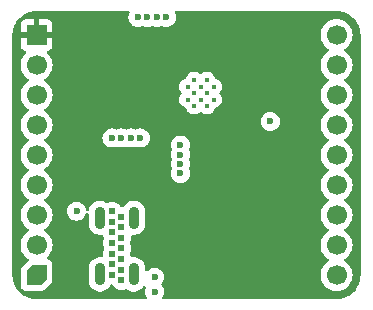
<source format=gbr>
%TF.GenerationSoftware,KiCad,Pcbnew,8.0.4*%
%TF.CreationDate,2024-07-30T10:55:48-04:00*%
%TF.ProjectId,esp32-c3-wroom-socket,65737033-322d-4633-932d-77726f6f6d2d,rev?*%
%TF.SameCoordinates,Original*%
%TF.FileFunction,Copper,L3,Inr*%
%TF.FilePolarity,Positive*%
%FSLAX46Y46*%
G04 Gerber Fmt 4.6, Leading zero omitted, Abs format (unit mm)*
G04 Created by KiCad (PCBNEW 8.0.4) date 2024-07-30 10:55:48*
%MOMM*%
%LPD*%
G01*
G04 APERTURE LIST*
G04 Aperture macros list*
%AMOutline5P*
0 Free polygon, 5 corners , with rotation*
0 The origin of the aperture is its center*
0 number of corners: always 5*
0 $1 to $10 corner X, Y*
0 $11 Rotation angle, in degrees counterclockwise*
0 create outline with 5 corners*
4,1,5,$1,$2,$3,$4,$5,$6,$7,$8,$9,$10,$1,$2,$11*%
%AMOutline6P*
0 Free polygon, 6 corners , with rotation*
0 The origin of the aperture is its center*
0 number of corners: always 6*
0 $1 to $12 corner X, Y*
0 $13 Rotation angle, in degrees counterclockwise*
0 create outline with 6 corners*
4,1,6,$1,$2,$3,$4,$5,$6,$7,$8,$9,$10,$11,$12,$1,$2,$13*%
%AMOutline7P*
0 Free polygon, 7 corners , with rotation*
0 The origin of the aperture is its center*
0 number of corners: always 7*
0 $1 to $14 corner X, Y*
0 $15 Rotation angle, in degrees counterclockwise*
0 create outline with 7 corners*
4,1,7,$1,$2,$3,$4,$5,$6,$7,$8,$9,$10,$11,$12,$13,$14,$1,$2,$15*%
%AMOutline8P*
0 Free polygon, 8 corners , with rotation*
0 The origin of the aperture is its center*
0 number of corners: always 8*
0 $1 to $16 corner X, Y*
0 $17 Rotation angle, in degrees counterclockwise*
0 create outline with 8 corners*
4,1,8,$1,$2,$3,$4,$5,$6,$7,$8,$9,$10,$11,$12,$13,$14,$15,$16,$1,$2,$17*%
G04 Aperture macros list end*
%TA.AperFunction,ComponentPad*%
%ADD10C,0.400000*%
%TD*%
%TA.AperFunction,ComponentPad*%
%ADD11C,0.609600*%
%TD*%
%TA.AperFunction,ComponentPad*%
%ADD12O,0.914400X1.905000*%
%TD*%
%TA.AperFunction,ComponentPad*%
%ADD13R,1.700000X1.700000*%
%TD*%
%TA.AperFunction,ComponentPad*%
%ADD14C,1.700000*%
%TD*%
%TA.AperFunction,ComponentPad*%
%ADD15Outline6P,-0.850000X0.340000X-0.340000X0.850000X0.850000X0.850000X0.850000X-0.340000X0.340000X-0.850000X-0.850000X-0.850000X0.000000*%
%TD*%
%TA.AperFunction,ViaPad*%
%ADD16C,0.600000*%
%TD*%
G04 APERTURE END LIST*
D10*
%TO.N,GND*%
%TO.C,U1*%
X158450000Y-65500000D03*
X157350000Y-65500000D03*
X159000000Y-64950000D03*
X157900000Y-64950000D03*
X156800000Y-64950000D03*
X158450000Y-64400000D03*
X157350000Y-64400000D03*
X159000000Y-63850000D03*
X157900000Y-63850000D03*
X156800000Y-63850000D03*
X158450000Y-63300000D03*
X157350000Y-63300000D03*
%TD*%
D11*
%TO.N,GND*%
%TO.C,J3*%
X150419999Y-79799999D03*
%TO.N,VBUS*%
X150419999Y-78899998D03*
%TO.N,Net-(J3-CC1)*%
X150419999Y-78000000D03*
%TO.N,USB_D+*%
X150419999Y-77099999D03*
%TO.N,USB_D-*%
X150419999Y-76199999D03*
%TO.N,VBUS*%
X150419999Y-75300000D03*
%TO.N,GND*%
X150419999Y-74400000D03*
X151200000Y-74850000D03*
%TO.N,VBUS*%
X151200000Y-75750000D03*
%TO.N,Net-(J3-CC2)*%
X151200000Y-76650000D03*
%TO.N,USB_D+*%
X151200000Y-77550000D03*
%TO.N,USB_D-*%
X151200000Y-78450000D03*
%TO.N,VBUS*%
X151200000Y-79350000D03*
%TO.N,GND*%
X151200000Y-80250000D03*
D12*
%TO.N,N/C*%
X149379999Y-79749999D03*
X152239999Y-79749999D03*
X149379999Y-74950000D03*
X152239999Y-74950000D03*
%TD*%
D13*
%TO.N,3V3*%
%TO.C,J2*%
X144010000Y-59480000D03*
D14*
%TO.N,EN*%
X144010000Y-62020000D03*
%TO.N,GPIO4*%
X144010000Y-64560000D03*
%TO.N,GPIO5*%
X144010000Y-67100000D03*
%TO.N,GPIO6*%
X144010000Y-69640000D03*
%TO.N,GPIO7*%
X144010000Y-72180000D03*
%TO.N,GPIO8*%
X144010000Y-74720000D03*
%TO.N,GPIO9*%
X144010000Y-77260000D03*
D15*
%TO.N,GND*%
X144010000Y-79800000D03*
D14*
%TO.N,GPIO10*%
X169410000Y-79800000D03*
%TO.N,UART-RX*%
X169410000Y-77260000D03*
%TO.N,UART-TX*%
X169410000Y-74720000D03*
%TO.N,USB_D-*%
X169410000Y-72180000D03*
%TO.N,USB_D+*%
X169410000Y-69640000D03*
%TO.N,GPIO3*%
X169410000Y-67100000D03*
%TO.N,GPIO2*%
X169410000Y-64560000D03*
%TO.N,GPIO1*%
X169410000Y-62020000D03*
%TO.N,GPIO0*%
X169410000Y-59480000D03*
%TD*%
D16*
%TO.N,GND*%
X151200000Y-68200000D03*
X153400000Y-58000000D03*
X156200000Y-71200000D03*
X152000000Y-68200000D03*
X156200000Y-69600000D03*
X154200000Y-58000000D03*
X154000000Y-81200000D03*
X152600000Y-58000000D03*
X154000000Y-80000000D03*
X156200000Y-70400000D03*
X156200000Y-68800000D03*
X152800000Y-68200000D03*
X155000000Y-58000000D03*
X150400000Y-68200000D03*
%TO.N,VBUS*%
X147400000Y-74400000D03*
%TO.N,USB_D-*%
X163800000Y-66800000D03*
%TD*%
%TA.AperFunction,Conductor*%
%TO.N,3V3*%
G36*
X151848826Y-57460185D02*
G01*
X151894581Y-57512989D01*
X151904525Y-57582147D01*
X151886781Y-57630471D01*
X151874212Y-57650474D01*
X151814631Y-57820745D01*
X151814630Y-57820750D01*
X151794435Y-57999996D01*
X151794435Y-58000003D01*
X151814630Y-58179249D01*
X151814631Y-58179254D01*
X151874211Y-58349523D01*
X151898950Y-58388894D01*
X151970184Y-58502262D01*
X152097738Y-58629816D01*
X152183959Y-58683992D01*
X152248254Y-58724392D01*
X152250478Y-58725789D01*
X152420739Y-58785366D01*
X152420745Y-58785368D01*
X152420750Y-58785369D01*
X152599996Y-58805565D01*
X152600000Y-58805565D01*
X152600004Y-58805565D01*
X152779249Y-58785369D01*
X152779251Y-58785368D01*
X152779255Y-58785368D01*
X152779258Y-58785366D01*
X152779262Y-58785366D01*
X152956095Y-58723489D01*
X152956846Y-58725637D01*
X153015128Y-58716035D01*
X153043588Y-58724392D01*
X153043905Y-58723489D01*
X153220737Y-58785366D01*
X153220743Y-58785367D01*
X153220745Y-58785368D01*
X153220746Y-58785368D01*
X153220750Y-58785369D01*
X153399996Y-58805565D01*
X153400000Y-58805565D01*
X153400004Y-58805565D01*
X153579249Y-58785369D01*
X153579251Y-58785368D01*
X153579255Y-58785368D01*
X153579258Y-58785366D01*
X153579262Y-58785366D01*
X153756095Y-58723489D01*
X153756846Y-58725637D01*
X153815128Y-58716035D01*
X153843588Y-58724392D01*
X153843905Y-58723489D01*
X154020737Y-58785366D01*
X154020743Y-58785367D01*
X154020745Y-58785368D01*
X154020746Y-58785368D01*
X154020750Y-58785369D01*
X154199996Y-58805565D01*
X154200000Y-58805565D01*
X154200004Y-58805565D01*
X154379249Y-58785369D01*
X154379251Y-58785368D01*
X154379255Y-58785368D01*
X154379258Y-58785366D01*
X154379262Y-58785366D01*
X154556095Y-58723489D01*
X154556846Y-58725637D01*
X154615128Y-58716035D01*
X154643588Y-58724392D01*
X154643905Y-58723489D01*
X154820737Y-58785366D01*
X154820743Y-58785367D01*
X154820745Y-58785368D01*
X154820746Y-58785368D01*
X154820750Y-58785369D01*
X154999996Y-58805565D01*
X155000000Y-58805565D01*
X155000004Y-58805565D01*
X155179249Y-58785369D01*
X155179252Y-58785368D01*
X155179255Y-58785368D01*
X155349522Y-58725789D01*
X155502262Y-58629816D01*
X155629816Y-58502262D01*
X155725789Y-58349522D01*
X155785368Y-58179255D01*
X155789235Y-58144936D01*
X155805565Y-58000003D01*
X155805565Y-57999996D01*
X155785369Y-57820750D01*
X155785368Y-57820745D01*
X155725789Y-57650478D01*
X155725787Y-57650475D01*
X155725787Y-57650474D01*
X155713219Y-57630471D01*
X155694219Y-57563234D01*
X155714587Y-57496399D01*
X155767856Y-57451186D01*
X155818213Y-57440500D01*
X169344108Y-57440500D01*
X169405933Y-57440500D01*
X169414042Y-57440765D01*
X169436774Y-57442254D01*
X169668114Y-57457417D01*
X169684172Y-57459532D01*
X169929888Y-57508408D01*
X169945554Y-57512606D01*
X170094700Y-57563234D01*
X170182788Y-57593136D01*
X170197765Y-57599339D01*
X170260895Y-57630471D01*
X170422460Y-57710146D01*
X170436508Y-57718256D01*
X170644815Y-57857443D01*
X170657679Y-57867314D01*
X170846033Y-58032497D01*
X170857502Y-58043966D01*
X171022685Y-58232320D01*
X171032559Y-58245188D01*
X171171743Y-58453492D01*
X171179853Y-58467539D01*
X171290657Y-58692227D01*
X171296864Y-58707213D01*
X171377393Y-58944445D01*
X171381591Y-58960111D01*
X171430465Y-59205813D01*
X171432583Y-59221895D01*
X171449235Y-59475956D01*
X171449500Y-59484066D01*
X171449500Y-79795933D01*
X171449235Y-79804043D01*
X171432583Y-80058104D01*
X171430465Y-80074186D01*
X171381591Y-80319888D01*
X171377393Y-80335554D01*
X171296864Y-80572786D01*
X171290657Y-80587772D01*
X171179853Y-80812460D01*
X171171743Y-80826507D01*
X171032559Y-81034811D01*
X171022685Y-81047679D01*
X170857502Y-81236033D01*
X170846033Y-81247502D01*
X170657679Y-81412685D01*
X170644811Y-81422559D01*
X170436507Y-81561743D01*
X170422460Y-81569853D01*
X170197772Y-81680657D01*
X170182786Y-81686864D01*
X169945554Y-81767393D01*
X169929888Y-81771591D01*
X169684186Y-81820465D01*
X169668104Y-81822583D01*
X169414043Y-81839235D01*
X169405933Y-81839500D01*
X154767945Y-81839500D01*
X154700906Y-81819815D01*
X154655151Y-81767011D01*
X154645207Y-81697853D01*
X154662951Y-81649528D01*
X154725788Y-81549523D01*
X154725789Y-81549522D01*
X154785368Y-81379255D01*
X154805227Y-81202999D01*
X154805565Y-81200003D01*
X154805565Y-81199996D01*
X154785369Y-81020750D01*
X154785368Y-81020745D01*
X154725788Y-80850476D01*
X154655472Y-80738569D01*
X154629816Y-80697738D01*
X154619759Y-80687681D01*
X154586274Y-80626358D01*
X154591258Y-80556666D01*
X154619759Y-80512319D01*
X154623333Y-80508745D01*
X154629816Y-80502262D01*
X154725789Y-80349522D01*
X154785368Y-80179255D01*
X154785369Y-80179249D01*
X154805565Y-80000003D01*
X154805565Y-79999996D01*
X154785369Y-79820750D01*
X154785368Y-79820745D01*
X154725788Y-79650476D01*
X154629815Y-79497737D01*
X154502262Y-79370184D01*
X154349523Y-79274211D01*
X154179254Y-79214631D01*
X154179249Y-79214630D01*
X154000004Y-79194435D01*
X153999996Y-79194435D01*
X153820750Y-79214630D01*
X153820745Y-79214631D01*
X153650476Y-79274211D01*
X153497737Y-79370184D01*
X153409380Y-79458542D01*
X153348057Y-79492027D01*
X153278365Y-79487043D01*
X153222432Y-79445171D01*
X153198015Y-79379707D01*
X153197699Y-79370861D01*
X153197699Y-79160371D01*
X153197698Y-79160369D01*
X153192667Y-79135077D01*
X153160895Y-78975348D01*
X153130567Y-78902129D01*
X153088705Y-78801064D01*
X153088698Y-78801051D01*
X152983893Y-78644201D01*
X152983890Y-78644197D01*
X152850500Y-78510807D01*
X152850496Y-78510804D01*
X152693646Y-78405999D01*
X152693633Y-78405992D01*
X152519354Y-78333804D01*
X152519342Y-78333801D01*
X152334327Y-78296999D01*
X152334324Y-78296999D01*
X152145674Y-78296999D01*
X152114796Y-78303141D01*
X152045205Y-78296912D01*
X151990028Y-78254049D01*
X151973565Y-78222480D01*
X151930142Y-78098382D01*
X151909778Y-78065973D01*
X151890777Y-77998737D01*
X151909778Y-77934027D01*
X151930142Y-77901618D01*
X151990077Y-77730332D01*
X151990078Y-77730330D01*
X151990829Y-77723664D01*
X152010396Y-77550003D01*
X152010396Y-77549996D01*
X151990079Y-77369675D01*
X151990077Y-77369667D01*
X151930142Y-77198381D01*
X151909778Y-77165973D01*
X151890777Y-77098737D01*
X151909778Y-77034027D01*
X151930142Y-77001618D01*
X151990077Y-76830332D01*
X151990078Y-76830330D01*
X151990079Y-76830324D01*
X152010396Y-76650003D01*
X152010396Y-76649997D01*
X152002963Y-76584029D01*
X151997823Y-76538412D01*
X152009877Y-76469592D01*
X152057226Y-76418213D01*
X152124836Y-76400588D01*
X152145236Y-76402912D01*
X152145674Y-76403000D01*
X152334326Y-76403000D01*
X152334327Y-76402999D01*
X152519350Y-76366196D01*
X152693640Y-76294003D01*
X152850497Y-76189194D01*
X152983893Y-76055798D01*
X153088702Y-75898941D01*
X153160895Y-75724651D01*
X153197699Y-75539625D01*
X153197699Y-74360375D01*
X153197699Y-74360372D01*
X153197698Y-74360370D01*
X153183349Y-74288234D01*
X153160895Y-74175349D01*
X153160893Y-74175344D01*
X153088705Y-74001065D01*
X153088698Y-74001052D01*
X152983893Y-73844202D01*
X152983890Y-73844198D01*
X152850500Y-73710808D01*
X152850496Y-73710805D01*
X152693646Y-73606000D01*
X152693633Y-73605993D01*
X152519354Y-73533805D01*
X152519342Y-73533802D01*
X152334327Y-73497000D01*
X152334324Y-73497000D01*
X152145674Y-73497000D01*
X152145671Y-73497000D01*
X151960655Y-73533802D01*
X151960643Y-73533805D01*
X151786364Y-73605993D01*
X151786351Y-73606000D01*
X151629501Y-73710805D01*
X151629497Y-73710808D01*
X151496107Y-73844198D01*
X151496104Y-73844202D01*
X151395902Y-73994166D01*
X151342290Y-74038971D01*
X151278916Y-74048495D01*
X151199745Y-74039574D01*
X151135331Y-74012507D01*
X151108635Y-73982326D01*
X151103411Y-73974013D01*
X151053592Y-73894726D01*
X150925273Y-73766407D01*
X150925267Y-73766402D01*
X150771624Y-73669861D01*
X150771621Y-73669859D01*
X150600328Y-73609921D01*
X150600323Y-73609920D01*
X150420003Y-73589604D01*
X150419995Y-73589604D01*
X150239674Y-73609920D01*
X150239669Y-73609921D01*
X150068376Y-73669859D01*
X150064698Y-73672171D01*
X149997460Y-73691167D01*
X149930626Y-73670796D01*
X149929841Y-73670276D01*
X149833646Y-73606000D01*
X149833633Y-73605993D01*
X149659354Y-73533805D01*
X149659342Y-73533802D01*
X149474327Y-73497000D01*
X149474324Y-73497000D01*
X149285674Y-73497000D01*
X149285671Y-73497000D01*
X149100655Y-73533802D01*
X149100643Y-73533805D01*
X148926364Y-73605993D01*
X148926351Y-73606000D01*
X148769501Y-73710805D01*
X148769497Y-73710808D01*
X148636107Y-73844198D01*
X148636104Y-73844202D01*
X148531299Y-74001052D01*
X148531292Y-74001065D01*
X148459104Y-74175344D01*
X148459101Y-74175354D01*
X148436648Y-74288234D01*
X148404263Y-74350145D01*
X148343547Y-74384719D01*
X148273778Y-74380979D01*
X148217106Y-74340112D01*
X148191811Y-74277925D01*
X148185369Y-74220750D01*
X148185368Y-74220745D01*
X148169483Y-74175349D01*
X148125789Y-74050478D01*
X148120569Y-74042171D01*
X148029815Y-73897737D01*
X147902262Y-73770184D01*
X147749523Y-73674211D01*
X147579254Y-73614631D01*
X147579249Y-73614630D01*
X147400004Y-73594435D01*
X147399996Y-73594435D01*
X147220750Y-73614630D01*
X147220745Y-73614631D01*
X147050476Y-73674211D01*
X146897737Y-73770184D01*
X146770184Y-73897737D01*
X146674211Y-74050476D01*
X146614631Y-74220745D01*
X146614630Y-74220750D01*
X146594435Y-74399996D01*
X146594435Y-74400003D01*
X146614630Y-74579249D01*
X146614631Y-74579254D01*
X146674211Y-74749523D01*
X146770184Y-74902262D01*
X146897738Y-75029816D01*
X147050478Y-75125789D01*
X147215850Y-75183655D01*
X147220745Y-75185368D01*
X147220750Y-75185369D01*
X147399996Y-75205565D01*
X147400000Y-75205565D01*
X147400004Y-75205565D01*
X147579249Y-75185369D01*
X147579252Y-75185368D01*
X147579255Y-75185368D01*
X147749522Y-75125789D01*
X147902262Y-75029816D01*
X148029816Y-74902262D01*
X148125789Y-74749522D01*
X148181257Y-74591004D01*
X148221979Y-74534227D01*
X148286932Y-74508480D01*
X148355493Y-74521936D01*
X148405896Y-74570323D01*
X148422299Y-74631958D01*
X148422299Y-75539629D01*
X148459101Y-75724643D01*
X148459104Y-75724655D01*
X148531292Y-75898934D01*
X148531299Y-75898947D01*
X148636104Y-76055797D01*
X148636107Y-76055801D01*
X148769497Y-76189191D01*
X148769501Y-76189194D01*
X148926351Y-76293999D01*
X148926364Y-76294006D01*
X149092722Y-76362913D01*
X149100648Y-76366196D01*
X149273548Y-76400588D01*
X149285669Y-76402999D01*
X149285672Y-76403000D01*
X149285674Y-76403000D01*
X149474324Y-76403000D01*
X149521558Y-76393604D01*
X149591147Y-76399830D01*
X149646325Y-76442692D01*
X149662791Y-76474266D01*
X149689857Y-76551618D01*
X149710222Y-76584029D01*
X149729221Y-76651266D01*
X149710222Y-76715969D01*
X149689857Y-76748379D01*
X149629920Y-76919669D01*
X149629919Y-76919674D01*
X149609603Y-77099995D01*
X149609603Y-77100002D01*
X149629919Y-77280323D01*
X149629921Y-77280331D01*
X149689857Y-77451619D01*
X149710221Y-77484028D01*
X149729221Y-77551264D01*
X149710222Y-77615969D01*
X149689858Y-77648378D01*
X149629920Y-77819670D01*
X149629919Y-77819675D01*
X149609603Y-77999996D01*
X149609603Y-78000004D01*
X149627937Y-78162732D01*
X149615882Y-78231554D01*
X149568533Y-78282933D01*
X149500922Y-78300557D01*
X149480525Y-78298232D01*
X149474326Y-78296999D01*
X149474324Y-78296999D01*
X149285674Y-78296999D01*
X149285671Y-78296999D01*
X149100655Y-78333801D01*
X149100643Y-78333804D01*
X148926364Y-78405992D01*
X148926351Y-78405999D01*
X148769501Y-78510804D01*
X148769497Y-78510807D01*
X148636107Y-78644197D01*
X148636104Y-78644201D01*
X148531299Y-78801051D01*
X148531292Y-78801064D01*
X148459104Y-78975343D01*
X148459101Y-78975355D01*
X148422299Y-79160369D01*
X148422299Y-80339628D01*
X148459101Y-80524642D01*
X148459104Y-80524654D01*
X148531292Y-80698933D01*
X148531299Y-80698946D01*
X148636104Y-80855796D01*
X148636107Y-80855800D01*
X148769497Y-80989190D01*
X148769501Y-80989193D01*
X148926351Y-81093998D01*
X148926364Y-81094005D01*
X149100643Y-81166193D01*
X149100648Y-81166195D01*
X149270577Y-81199996D01*
X149285669Y-81202998D01*
X149285672Y-81202999D01*
X149285674Y-81202999D01*
X149474326Y-81202999D01*
X149474327Y-81202998D01*
X149659350Y-81166195D01*
X149833640Y-81094002D01*
X149990497Y-80989193D01*
X150123893Y-80855797D01*
X150228702Y-80698940D01*
X150236561Y-80679965D01*
X150280396Y-80625565D01*
X150346689Y-80603497D01*
X150364996Y-80604197D01*
X150419999Y-80610395D01*
X150420001Y-80610394D01*
X150420252Y-80610423D01*
X150484666Y-80637490D01*
X150511361Y-80667669D01*
X150530341Y-80697876D01*
X150566406Y-80755273D01*
X150694725Y-80883592D01*
X150694731Y-80883597D01*
X150848374Y-80980138D01*
X150848377Y-80980140D01*
X150848381Y-80980141D01*
X150848382Y-80980142D01*
X150999096Y-81032879D01*
X151019670Y-81040078D01*
X151019675Y-81040079D01*
X151199996Y-81060396D01*
X151200000Y-81060396D01*
X151200004Y-81060396D01*
X151380324Y-81040079D01*
X151380327Y-81040078D01*
X151380330Y-81040078D01*
X151535442Y-80985801D01*
X151605221Y-80982241D01*
X151645288Y-80999742D01*
X151786351Y-81093998D01*
X151786364Y-81094005D01*
X151960643Y-81166193D01*
X151960648Y-81166195D01*
X152130577Y-81199996D01*
X152145669Y-81202998D01*
X152145672Y-81202999D01*
X152145674Y-81202999D01*
X152334326Y-81202999D01*
X152334327Y-81202998D01*
X152519350Y-81166195D01*
X152693640Y-81094002D01*
X152850497Y-80989193D01*
X152983893Y-80855797D01*
X153046615Y-80761926D01*
X153100227Y-80717122D01*
X153169552Y-80708415D01*
X153232579Y-80738569D01*
X153269299Y-80798012D01*
X153268052Y-80867871D01*
X153266759Y-80871772D01*
X153214632Y-81020742D01*
X153214630Y-81020750D01*
X153194435Y-81199996D01*
X153194435Y-81200003D01*
X153214630Y-81379249D01*
X153214631Y-81379254D01*
X153274211Y-81549523D01*
X153337049Y-81649528D01*
X153356049Y-81716764D01*
X153335681Y-81783600D01*
X153282414Y-81828814D01*
X153232055Y-81839500D01*
X144014067Y-81839500D01*
X144005957Y-81839235D01*
X143751895Y-81822583D01*
X143735814Y-81820465D01*
X143700770Y-81813494D01*
X143490111Y-81771591D01*
X143474445Y-81767393D01*
X143237213Y-81686864D01*
X143222227Y-81680657D01*
X142997539Y-81569853D01*
X142983492Y-81561743D01*
X142775188Y-81422559D01*
X142762320Y-81412685D01*
X142724199Y-81379254D01*
X142573966Y-81247502D01*
X142562497Y-81236033D01*
X142437941Y-81094005D01*
X142397311Y-81047675D01*
X142387440Y-81034811D01*
X142386149Y-81032879D01*
X142264273Y-80850478D01*
X142248256Y-80826507D01*
X142240146Y-80812460D01*
X142211945Y-80755274D01*
X142129339Y-80587765D01*
X142123135Y-80572786D01*
X142106796Y-80524654D01*
X142099195Y-80502262D01*
X142042606Y-80335554D01*
X142038408Y-80319888D01*
X142027224Y-80263663D01*
X141989532Y-80074172D01*
X141987417Y-80058114D01*
X141970765Y-79804042D01*
X141970500Y-79795933D01*
X141970500Y-62019999D01*
X142654341Y-62019999D01*
X142654341Y-62020000D01*
X142674936Y-62255403D01*
X142674938Y-62255413D01*
X142736094Y-62483655D01*
X142736096Y-62483659D01*
X142736097Y-62483663D01*
X142790113Y-62599500D01*
X142835965Y-62697830D01*
X142835967Y-62697834D01*
X142971501Y-62891395D01*
X142971506Y-62891402D01*
X143138597Y-63058493D01*
X143138603Y-63058498D01*
X143324158Y-63188425D01*
X143367783Y-63243002D01*
X143374977Y-63312500D01*
X143343454Y-63374855D01*
X143324158Y-63391575D01*
X143138597Y-63521505D01*
X142971505Y-63688597D01*
X142835965Y-63882169D01*
X142835964Y-63882171D01*
X142736098Y-64096335D01*
X142736094Y-64096344D01*
X142674938Y-64324586D01*
X142674936Y-64324596D01*
X142654341Y-64559999D01*
X142654341Y-64560000D01*
X142674936Y-64795403D01*
X142674938Y-64795413D01*
X142736094Y-65023655D01*
X142736096Y-65023659D01*
X142736097Y-65023663D01*
X142780494Y-65118872D01*
X142835965Y-65237830D01*
X142835967Y-65237834D01*
X142944281Y-65392521D01*
X142962070Y-65417927D01*
X142971501Y-65431395D01*
X142971506Y-65431402D01*
X143138597Y-65598493D01*
X143138603Y-65598498D01*
X143324158Y-65728425D01*
X143367783Y-65783002D01*
X143374977Y-65852500D01*
X143343454Y-65914855D01*
X143324158Y-65931575D01*
X143138597Y-66061505D01*
X142971505Y-66228597D01*
X142835965Y-66422169D01*
X142835964Y-66422171D01*
X142736098Y-66636335D01*
X142736094Y-66636344D01*
X142674938Y-66864586D01*
X142674936Y-66864596D01*
X142654341Y-67099999D01*
X142654341Y-67100000D01*
X142674936Y-67335403D01*
X142674938Y-67335413D01*
X142736094Y-67563655D01*
X142736096Y-67563659D01*
X142736097Y-67563663D01*
X142835965Y-67777830D01*
X142835967Y-67777834D01*
X142971501Y-67971395D01*
X142971506Y-67971402D01*
X143138597Y-68138493D01*
X143138603Y-68138498D01*
X143324158Y-68268425D01*
X143367783Y-68323002D01*
X143374977Y-68392500D01*
X143343454Y-68454855D01*
X143324158Y-68471575D01*
X143138597Y-68601505D01*
X142971505Y-68768597D01*
X142835965Y-68962169D01*
X142835964Y-68962171D01*
X142736098Y-69176335D01*
X142736094Y-69176344D01*
X142674938Y-69404586D01*
X142674936Y-69404596D01*
X142654341Y-69639999D01*
X142654341Y-69640000D01*
X142674936Y-69875403D01*
X142674938Y-69875413D01*
X142736094Y-70103655D01*
X142736096Y-70103659D01*
X142736097Y-70103663D01*
X142790696Y-70220750D01*
X142835965Y-70317830D01*
X142835967Y-70317834D01*
X142971501Y-70511395D01*
X142971506Y-70511402D01*
X143138597Y-70678493D01*
X143138603Y-70678498D01*
X143324158Y-70808425D01*
X143367783Y-70863002D01*
X143374977Y-70932500D01*
X143343454Y-70994855D01*
X143324158Y-71011575D01*
X143138597Y-71141505D01*
X142971505Y-71308597D01*
X142835965Y-71502169D01*
X142835964Y-71502171D01*
X142736098Y-71716335D01*
X142736094Y-71716344D01*
X142674938Y-71944586D01*
X142674936Y-71944596D01*
X142654341Y-72179999D01*
X142654341Y-72180000D01*
X142674936Y-72415403D01*
X142674938Y-72415413D01*
X142736094Y-72643655D01*
X142736096Y-72643659D01*
X142736097Y-72643663D01*
X142835965Y-72857830D01*
X142835967Y-72857834D01*
X142971501Y-73051395D01*
X142971506Y-73051402D01*
X143138597Y-73218493D01*
X143138603Y-73218498D01*
X143324158Y-73348425D01*
X143367783Y-73403002D01*
X143374977Y-73472500D01*
X143343454Y-73534855D01*
X143324158Y-73551575D01*
X143138597Y-73681505D01*
X142971505Y-73848597D01*
X142835965Y-74042169D01*
X142835964Y-74042171D01*
X142736098Y-74256335D01*
X142736094Y-74256344D01*
X142674938Y-74484586D01*
X142674936Y-74484596D01*
X142654341Y-74719999D01*
X142654341Y-74720000D01*
X142674936Y-74955403D01*
X142674938Y-74955413D01*
X142736094Y-75183655D01*
X142736096Y-75183659D01*
X142736097Y-75183663D01*
X142835965Y-75397830D01*
X142835967Y-75397834D01*
X142971501Y-75591395D01*
X142971506Y-75591402D01*
X143138597Y-75758493D01*
X143138603Y-75758498D01*
X143324158Y-75888425D01*
X143367783Y-75943002D01*
X143374977Y-76012500D01*
X143343454Y-76074855D01*
X143324158Y-76091575D01*
X143138597Y-76221505D01*
X142971505Y-76388597D01*
X142835965Y-76582169D01*
X142835964Y-76582171D01*
X142736098Y-76796335D01*
X142736094Y-76796344D01*
X142674938Y-77024586D01*
X142674936Y-77024596D01*
X142654341Y-77259999D01*
X142654341Y-77260000D01*
X142674936Y-77495403D01*
X142674938Y-77495413D01*
X142736094Y-77723655D01*
X142736096Y-77723659D01*
X142736097Y-77723663D01*
X142819079Y-77901618D01*
X142835965Y-77937830D01*
X142835967Y-77937834D01*
X142925692Y-78065973D01*
X142971505Y-78131401D01*
X143138599Y-78298495D01*
X143292130Y-78405999D01*
X143296978Y-78409393D01*
X143340603Y-78463970D01*
X143347797Y-78533468D01*
X143316274Y-78595823D01*
X143313536Y-78598649D01*
X142777117Y-79135067D01*
X142777108Y-79135077D01*
X142725135Y-79201984D01*
X142670060Y-79334949D01*
X142670060Y-79334950D01*
X142659500Y-79419019D01*
X142659500Y-80697870D01*
X142659501Y-80697876D01*
X142665908Y-80757483D01*
X142716202Y-80892328D01*
X142716206Y-80892335D01*
X142802452Y-81007544D01*
X142802455Y-81007547D01*
X142917664Y-81093793D01*
X142917671Y-81093797D01*
X143052517Y-81144091D01*
X143052516Y-81144091D01*
X143059444Y-81144835D01*
X143112127Y-81150500D01*
X144390975Y-81150499D01*
X144475050Y-81139940D01*
X144608016Y-81084863D01*
X144674935Y-81032879D01*
X145242884Y-80464931D01*
X145294864Y-80398016D01*
X145349940Y-80265049D01*
X145360500Y-80180977D01*
X145360499Y-78902128D01*
X145354091Y-78842517D01*
X145338625Y-78801051D01*
X145303797Y-78707671D01*
X145303793Y-78707664D01*
X145217547Y-78592455D01*
X145217544Y-78592452D01*
X145102335Y-78506206D01*
X145102328Y-78506202D01*
X144970917Y-78457189D01*
X144914983Y-78415318D01*
X144890566Y-78349853D01*
X144905418Y-78281580D01*
X144926563Y-78253332D01*
X145048495Y-78131401D01*
X145184035Y-77937830D01*
X145283903Y-77723663D01*
X145345063Y-77495408D01*
X145365659Y-77260000D01*
X145345063Y-77024592D01*
X145283903Y-76796337D01*
X145184035Y-76582171D01*
X145153397Y-76538414D01*
X145048494Y-76388597D01*
X144881402Y-76221506D01*
X144881396Y-76221501D01*
X144695842Y-76091575D01*
X144652217Y-76036998D01*
X144645023Y-75967500D01*
X144676546Y-75905145D01*
X144695842Y-75888425D01*
X144718026Y-75872891D01*
X144881401Y-75758495D01*
X145048495Y-75591401D01*
X145184035Y-75397830D01*
X145283903Y-75183663D01*
X145345063Y-74955408D01*
X145365659Y-74720000D01*
X145345063Y-74484592D01*
X145283903Y-74256337D01*
X145184035Y-74042171D01*
X145181795Y-74038971D01*
X145048494Y-73848597D01*
X144881402Y-73681506D01*
X144881396Y-73681501D01*
X144695842Y-73551575D01*
X144652217Y-73496998D01*
X144645023Y-73427500D01*
X144676546Y-73365145D01*
X144695842Y-73348425D01*
X144718026Y-73332891D01*
X144881401Y-73218495D01*
X145048495Y-73051401D01*
X145184035Y-72857830D01*
X145283903Y-72643663D01*
X145345063Y-72415408D01*
X145365659Y-72180000D01*
X145345063Y-71944592D01*
X145283903Y-71716337D01*
X145184035Y-71502171D01*
X145097965Y-71379249D01*
X145048494Y-71308597D01*
X144881402Y-71141506D01*
X144881396Y-71141501D01*
X144695842Y-71011575D01*
X144652217Y-70956998D01*
X144645023Y-70887500D01*
X144676546Y-70825145D01*
X144695842Y-70808425D01*
X144769507Y-70756844D01*
X144881401Y-70678495D01*
X145048495Y-70511401D01*
X145184035Y-70317830D01*
X145283903Y-70103663D01*
X145345063Y-69875408D01*
X145365659Y-69640000D01*
X145345063Y-69404592D01*
X145283903Y-69176337D01*
X145184035Y-68962171D01*
X145158561Y-68925789D01*
X145048494Y-68768597D01*
X144881402Y-68601506D01*
X144881396Y-68601501D01*
X144695842Y-68471575D01*
X144652217Y-68416998D01*
X144645023Y-68347500D01*
X144676546Y-68285145D01*
X144695842Y-68268425D01*
X144718026Y-68252891D01*
X144793568Y-68199996D01*
X149594435Y-68199996D01*
X149594435Y-68200003D01*
X149614630Y-68379249D01*
X149614631Y-68379254D01*
X149674211Y-68549523D01*
X149770184Y-68702262D01*
X149897738Y-68829816D01*
X149988080Y-68886582D01*
X150048254Y-68924392D01*
X150050478Y-68925789D01*
X150154446Y-68962169D01*
X150220745Y-68985368D01*
X150220750Y-68985369D01*
X150399996Y-69005565D01*
X150400000Y-69005565D01*
X150400004Y-69005565D01*
X150579249Y-68985369D01*
X150579251Y-68985368D01*
X150579255Y-68985368D01*
X150579258Y-68985366D01*
X150579262Y-68985366D01*
X150756095Y-68923489D01*
X150756846Y-68925637D01*
X150815128Y-68916035D01*
X150843588Y-68924392D01*
X150843905Y-68923489D01*
X151020737Y-68985366D01*
X151020743Y-68985367D01*
X151020745Y-68985368D01*
X151020746Y-68985368D01*
X151020750Y-68985369D01*
X151199996Y-69005565D01*
X151200000Y-69005565D01*
X151200004Y-69005565D01*
X151379249Y-68985369D01*
X151379251Y-68985368D01*
X151379255Y-68985368D01*
X151379258Y-68985366D01*
X151379262Y-68985366D01*
X151556095Y-68923489D01*
X151556846Y-68925637D01*
X151615128Y-68916035D01*
X151643588Y-68924392D01*
X151643905Y-68923489D01*
X151820737Y-68985366D01*
X151820743Y-68985367D01*
X151820745Y-68985368D01*
X151820746Y-68985368D01*
X151820750Y-68985369D01*
X151999996Y-69005565D01*
X152000000Y-69005565D01*
X152000004Y-69005565D01*
X152179249Y-68985369D01*
X152179251Y-68985368D01*
X152179255Y-68985368D01*
X152179258Y-68985366D01*
X152179262Y-68985366D01*
X152356095Y-68923489D01*
X152356846Y-68925637D01*
X152415128Y-68916035D01*
X152443588Y-68924392D01*
X152443905Y-68923489D01*
X152620737Y-68985366D01*
X152620743Y-68985367D01*
X152620745Y-68985368D01*
X152620746Y-68985368D01*
X152620750Y-68985369D01*
X152799996Y-69005565D01*
X152800000Y-69005565D01*
X152800004Y-69005565D01*
X152979249Y-68985369D01*
X152979252Y-68985368D01*
X152979255Y-68985368D01*
X153149522Y-68925789D01*
X153302262Y-68829816D01*
X153332082Y-68799996D01*
X155394435Y-68799996D01*
X155394435Y-68800003D01*
X155414630Y-68979249D01*
X155414633Y-68979262D01*
X155476510Y-69156094D01*
X155474364Y-69156844D01*
X155483962Y-69215144D01*
X155475609Y-69243590D01*
X155476510Y-69243906D01*
X155414633Y-69420737D01*
X155414630Y-69420750D01*
X155394435Y-69599996D01*
X155394435Y-69600003D01*
X155414630Y-69779249D01*
X155414633Y-69779262D01*
X155476510Y-69956094D01*
X155474364Y-69956844D01*
X155483962Y-70015144D01*
X155475609Y-70043590D01*
X155476510Y-70043906D01*
X155414633Y-70220737D01*
X155414630Y-70220750D01*
X155394435Y-70399996D01*
X155394435Y-70400003D01*
X155414630Y-70579249D01*
X155414633Y-70579262D01*
X155476510Y-70756094D01*
X155474364Y-70756844D01*
X155483962Y-70815144D01*
X155475609Y-70843590D01*
X155476510Y-70843906D01*
X155414633Y-71020737D01*
X155414630Y-71020750D01*
X155394435Y-71199996D01*
X155394435Y-71200003D01*
X155414630Y-71379249D01*
X155414631Y-71379254D01*
X155474211Y-71549523D01*
X155570184Y-71702262D01*
X155697738Y-71829816D01*
X155850478Y-71925789D01*
X156020745Y-71985368D01*
X156020750Y-71985369D01*
X156199996Y-72005565D01*
X156200000Y-72005565D01*
X156200004Y-72005565D01*
X156379249Y-71985369D01*
X156379252Y-71985368D01*
X156379255Y-71985368D01*
X156549522Y-71925789D01*
X156702262Y-71829816D01*
X156829816Y-71702262D01*
X156925789Y-71549522D01*
X156985368Y-71379255D01*
X156993329Y-71308599D01*
X157005565Y-71200003D01*
X157005565Y-71199996D01*
X156985369Y-71020750D01*
X156985366Y-71020737D01*
X156923489Y-70843905D01*
X156925637Y-70843153D01*
X156916035Y-70784872D01*
X156924392Y-70756411D01*
X156923489Y-70756095D01*
X156985366Y-70579262D01*
X156985369Y-70579249D01*
X157005565Y-70400003D01*
X157005565Y-70399996D01*
X156985369Y-70220750D01*
X156985366Y-70220737D01*
X156923489Y-70043905D01*
X156925637Y-70043153D01*
X156916035Y-69984872D01*
X156924392Y-69956411D01*
X156923489Y-69956095D01*
X156985366Y-69779262D01*
X156985369Y-69779249D01*
X157005565Y-69600003D01*
X157005565Y-69599996D01*
X156985369Y-69420750D01*
X156985366Y-69420737D01*
X156923489Y-69243905D01*
X156925637Y-69243153D01*
X156916035Y-69184872D01*
X156924392Y-69156411D01*
X156923489Y-69156095D01*
X156985366Y-68979262D01*
X156985369Y-68979249D01*
X157005565Y-68800003D01*
X157005565Y-68799996D01*
X156985369Y-68620750D01*
X156985368Y-68620745D01*
X156931208Y-68465965D01*
X156925789Y-68450478D01*
X156829816Y-68297738D01*
X156702262Y-68170184D01*
X156651834Y-68138498D01*
X156549523Y-68074211D01*
X156379254Y-68014631D01*
X156379249Y-68014630D01*
X156200004Y-67994435D01*
X156199996Y-67994435D01*
X156020750Y-68014630D01*
X156020745Y-68014631D01*
X155850476Y-68074211D01*
X155697737Y-68170184D01*
X155570184Y-68297737D01*
X155474211Y-68450476D01*
X155414631Y-68620745D01*
X155414630Y-68620750D01*
X155394435Y-68799996D01*
X153332082Y-68799996D01*
X153429816Y-68702262D01*
X153525789Y-68549522D01*
X153585368Y-68379255D01*
X153595972Y-68285145D01*
X153605565Y-68200003D01*
X153605565Y-68199996D01*
X153585369Y-68020750D01*
X153585368Y-68020745D01*
X153525788Y-67850476D01*
X153429815Y-67697737D01*
X153302262Y-67570184D01*
X153149523Y-67474211D01*
X152979254Y-67414631D01*
X152979249Y-67414630D01*
X152800004Y-67394435D01*
X152799996Y-67394435D01*
X152620750Y-67414630D01*
X152620737Y-67414633D01*
X152443906Y-67476510D01*
X152443155Y-67474364D01*
X152384856Y-67483962D01*
X152356409Y-67475609D01*
X152356094Y-67476510D01*
X152179262Y-67414633D01*
X152179249Y-67414630D01*
X152000004Y-67394435D01*
X151999996Y-67394435D01*
X151820750Y-67414630D01*
X151820737Y-67414633D01*
X151643906Y-67476510D01*
X151643155Y-67474364D01*
X151584856Y-67483962D01*
X151556409Y-67475609D01*
X151556094Y-67476510D01*
X151379262Y-67414633D01*
X151379249Y-67414630D01*
X151200004Y-67394435D01*
X151199996Y-67394435D01*
X151020750Y-67414630D01*
X151020737Y-67414633D01*
X150843906Y-67476510D01*
X150843155Y-67474364D01*
X150784856Y-67483962D01*
X150756409Y-67475609D01*
X150756094Y-67476510D01*
X150579262Y-67414633D01*
X150579249Y-67414630D01*
X150400004Y-67394435D01*
X150399996Y-67394435D01*
X150220750Y-67414630D01*
X150220745Y-67414631D01*
X150050476Y-67474211D01*
X149897737Y-67570184D01*
X149770184Y-67697737D01*
X149674211Y-67850476D01*
X149614631Y-68020745D01*
X149614630Y-68020750D01*
X149594435Y-68199996D01*
X144793568Y-68199996D01*
X144881401Y-68138495D01*
X145048495Y-67971401D01*
X145184035Y-67777830D01*
X145283903Y-67563663D01*
X145345063Y-67335408D01*
X145365659Y-67100000D01*
X145345063Y-66864592D01*
X145327755Y-66799996D01*
X162994435Y-66799996D01*
X162994435Y-66800003D01*
X163014630Y-66979249D01*
X163014631Y-66979254D01*
X163074211Y-67149523D01*
X163170184Y-67302262D01*
X163297738Y-67429816D01*
X163450478Y-67525789D01*
X163558693Y-67563655D01*
X163620745Y-67585368D01*
X163620750Y-67585369D01*
X163799996Y-67605565D01*
X163800000Y-67605565D01*
X163800004Y-67605565D01*
X163979249Y-67585369D01*
X163979252Y-67585368D01*
X163979255Y-67585368D01*
X164149522Y-67525789D01*
X164302262Y-67429816D01*
X164429816Y-67302262D01*
X164525789Y-67149522D01*
X164585368Y-66979255D01*
X164598287Y-66864596D01*
X164605565Y-66800003D01*
X164605565Y-66799996D01*
X164585369Y-66620750D01*
X164585368Y-66620745D01*
X164525788Y-66450476D01*
X164429815Y-66297737D01*
X164302262Y-66170184D01*
X164149523Y-66074211D01*
X163979254Y-66014631D01*
X163979249Y-66014630D01*
X163800004Y-65994435D01*
X163799996Y-65994435D01*
X163620750Y-66014630D01*
X163620745Y-66014631D01*
X163450476Y-66074211D01*
X163297737Y-66170184D01*
X163170184Y-66297737D01*
X163074211Y-66450476D01*
X163014631Y-66620745D01*
X163014630Y-66620750D01*
X162994435Y-66799996D01*
X145327755Y-66799996D01*
X145283903Y-66636337D01*
X145184035Y-66422171D01*
X145096907Y-66297738D01*
X145048494Y-66228597D01*
X144881402Y-66061506D01*
X144881396Y-66061501D01*
X144695842Y-65931575D01*
X144652217Y-65876998D01*
X144645023Y-65807500D01*
X144676546Y-65745145D01*
X144695842Y-65728425D01*
X144821930Y-65640137D01*
X144881401Y-65598495D01*
X145048495Y-65431401D01*
X145184035Y-65237830D01*
X145283903Y-65023663D01*
X145345063Y-64795408D01*
X145365659Y-64560000D01*
X145345063Y-64324592D01*
X145283903Y-64096337D01*
X145184035Y-63882171D01*
X145161509Y-63850000D01*
X156094355Y-63850000D01*
X156114859Y-64018869D01*
X156114860Y-64018874D01*
X156175182Y-64177931D01*
X156276078Y-64324102D01*
X156275002Y-64324844D01*
X156301400Y-64381010D01*
X156292214Y-64450274D01*
X156275848Y-64475739D01*
X156276078Y-64475898D01*
X156175182Y-64622068D01*
X156114860Y-64781125D01*
X156114859Y-64781130D01*
X156094355Y-64950000D01*
X156114859Y-65118869D01*
X156114860Y-65118874D01*
X156175182Y-65277931D01*
X156237475Y-65368177D01*
X156271817Y-65417929D01*
X156399148Y-65530734D01*
X156399150Y-65530735D01*
X156549775Y-65609790D01*
X156549774Y-65609790D01*
X156588818Y-65619413D01*
X156649199Y-65654569D01*
X156675086Y-65695838D01*
X156725183Y-65827932D01*
X156759051Y-65876998D01*
X156821817Y-65967929D01*
X156882227Y-66021447D01*
X156949150Y-66080736D01*
X157099773Y-66159789D01*
X157099775Y-66159790D01*
X157264944Y-66200500D01*
X157435056Y-66200500D01*
X157600225Y-66159790D01*
X157750852Y-66080734D01*
X157817775Y-66021445D01*
X157881005Y-65991725D01*
X157950269Y-66000908D01*
X157982222Y-66021443D01*
X158049148Y-66080734D01*
X158199775Y-66159790D01*
X158364944Y-66200500D01*
X158535056Y-66200500D01*
X158700225Y-66159790D01*
X158779692Y-66118081D01*
X158850849Y-66080736D01*
X158850850Y-66080734D01*
X158850852Y-66080734D01*
X158978183Y-65967929D01*
X159074818Y-65827930D01*
X159124913Y-65695838D01*
X159167089Y-65640137D01*
X159211181Y-65619413D01*
X159213074Y-65618946D01*
X159250225Y-65609790D01*
X159400852Y-65530734D01*
X159528183Y-65417929D01*
X159624818Y-65277930D01*
X159685140Y-65118872D01*
X159705645Y-64950000D01*
X159685140Y-64781128D01*
X159624818Y-64622070D01*
X159528183Y-64482071D01*
X159528182Y-64482070D01*
X159523922Y-64475898D01*
X159524998Y-64475154D01*
X159498601Y-64419002D01*
X159507779Y-64349738D01*
X159524152Y-64324261D01*
X159523922Y-64324102D01*
X159624817Y-64177931D01*
X159624816Y-64177931D01*
X159624818Y-64177930D01*
X159685140Y-64018872D01*
X159705645Y-63850000D01*
X159685140Y-63681128D01*
X159624818Y-63522070D01*
X159624425Y-63521501D01*
X159534743Y-63391575D01*
X159528183Y-63382071D01*
X159400852Y-63269266D01*
X159400850Y-63269265D01*
X159400849Y-63269264D01*
X159250224Y-63190209D01*
X159250225Y-63190209D01*
X159211179Y-63180586D01*
X159150798Y-63145430D01*
X159124912Y-63104159D01*
X159107594Y-63058495D01*
X159074818Y-62972070D01*
X158978183Y-62832071D01*
X158850852Y-62719266D01*
X158850849Y-62719263D01*
X158700226Y-62640210D01*
X158535056Y-62599500D01*
X158364944Y-62599500D01*
X158199773Y-62640210D01*
X158049150Y-62719263D01*
X157982227Y-62778553D01*
X157918994Y-62808274D01*
X157849730Y-62799090D01*
X157817773Y-62778553D01*
X157750849Y-62719263D01*
X157600226Y-62640210D01*
X157435056Y-62599500D01*
X157264944Y-62599500D01*
X157099773Y-62640210D01*
X156949150Y-62719263D01*
X156821816Y-62832072D01*
X156725182Y-62972068D01*
X156725182Y-62972069D01*
X156675087Y-63104160D01*
X156632909Y-63159863D01*
X156588821Y-63180586D01*
X156549772Y-63190210D01*
X156399150Y-63269263D01*
X156271816Y-63382072D01*
X156175182Y-63522068D01*
X156114860Y-63681125D01*
X156114859Y-63681130D01*
X156094355Y-63850000D01*
X145161509Y-63850000D01*
X145048495Y-63688599D01*
X145048494Y-63688597D01*
X144881402Y-63521506D01*
X144881396Y-63521501D01*
X144695842Y-63391575D01*
X144652217Y-63336998D01*
X144645023Y-63267500D01*
X144676546Y-63205145D01*
X144695842Y-63188425D01*
X144777670Y-63131128D01*
X144881401Y-63058495D01*
X145048495Y-62891401D01*
X145184035Y-62697830D01*
X145283903Y-62483663D01*
X145345063Y-62255408D01*
X145365659Y-62020000D01*
X145345063Y-61784592D01*
X145283903Y-61556337D01*
X145184035Y-61342171D01*
X145048495Y-61148599D01*
X144926179Y-61026283D01*
X144892696Y-60964963D01*
X144897680Y-60895271D01*
X144939551Y-60839337D01*
X144970529Y-60822422D01*
X145102086Y-60773354D01*
X145102093Y-60773350D01*
X145217187Y-60687190D01*
X145217190Y-60687187D01*
X145303350Y-60572093D01*
X145303354Y-60572086D01*
X145353596Y-60437379D01*
X145353598Y-60437372D01*
X145359999Y-60377844D01*
X145360000Y-60377827D01*
X145360000Y-59730000D01*
X144443012Y-59730000D01*
X144475925Y-59672993D01*
X144510000Y-59545826D01*
X144510000Y-59479999D01*
X168054341Y-59479999D01*
X168054341Y-59480000D01*
X168074936Y-59715403D01*
X168074938Y-59715413D01*
X168136094Y-59943655D01*
X168136096Y-59943659D01*
X168136097Y-59943663D01*
X168235965Y-60157830D01*
X168235967Y-60157834D01*
X168371501Y-60351395D01*
X168371506Y-60351402D01*
X168538597Y-60518493D01*
X168538603Y-60518498D01*
X168724158Y-60648425D01*
X168767783Y-60703002D01*
X168774977Y-60772500D01*
X168743454Y-60834855D01*
X168724158Y-60851575D01*
X168538597Y-60981505D01*
X168371505Y-61148597D01*
X168235965Y-61342169D01*
X168235964Y-61342171D01*
X168136098Y-61556335D01*
X168136094Y-61556344D01*
X168074938Y-61784586D01*
X168074936Y-61784596D01*
X168054341Y-62019999D01*
X168054341Y-62020000D01*
X168074936Y-62255403D01*
X168074938Y-62255413D01*
X168136094Y-62483655D01*
X168136096Y-62483659D01*
X168136097Y-62483663D01*
X168190113Y-62599500D01*
X168235965Y-62697830D01*
X168235967Y-62697834D01*
X168371501Y-62891395D01*
X168371506Y-62891402D01*
X168538597Y-63058493D01*
X168538603Y-63058498D01*
X168724158Y-63188425D01*
X168767783Y-63243002D01*
X168774977Y-63312500D01*
X168743454Y-63374855D01*
X168724158Y-63391575D01*
X168538597Y-63521505D01*
X168371505Y-63688597D01*
X168235965Y-63882169D01*
X168235964Y-63882171D01*
X168136098Y-64096335D01*
X168136094Y-64096344D01*
X168074938Y-64324586D01*
X168074936Y-64324596D01*
X168054341Y-64559999D01*
X168054341Y-64560000D01*
X168074936Y-64795403D01*
X168074938Y-64795413D01*
X168136094Y-65023655D01*
X168136096Y-65023659D01*
X168136097Y-65023663D01*
X168180494Y-65118872D01*
X168235965Y-65237830D01*
X168235967Y-65237834D01*
X168344281Y-65392521D01*
X168362070Y-65417927D01*
X168371501Y-65431395D01*
X168371506Y-65431402D01*
X168538597Y-65598493D01*
X168538603Y-65598498D01*
X168724158Y-65728425D01*
X168767783Y-65783002D01*
X168774977Y-65852500D01*
X168743454Y-65914855D01*
X168724158Y-65931575D01*
X168538597Y-66061505D01*
X168371505Y-66228597D01*
X168235965Y-66422169D01*
X168235964Y-66422171D01*
X168136098Y-66636335D01*
X168136094Y-66636344D01*
X168074938Y-66864586D01*
X168074936Y-66864596D01*
X168054341Y-67099999D01*
X168054341Y-67100000D01*
X168074936Y-67335403D01*
X168074938Y-67335413D01*
X168136094Y-67563655D01*
X168136096Y-67563659D01*
X168136097Y-67563663D01*
X168235965Y-67777830D01*
X168235967Y-67777834D01*
X168371501Y-67971395D01*
X168371506Y-67971402D01*
X168538597Y-68138493D01*
X168538603Y-68138498D01*
X168724158Y-68268425D01*
X168767783Y-68323002D01*
X168774977Y-68392500D01*
X168743454Y-68454855D01*
X168724158Y-68471575D01*
X168538597Y-68601505D01*
X168371505Y-68768597D01*
X168235965Y-68962169D01*
X168235964Y-68962171D01*
X168136098Y-69176335D01*
X168136094Y-69176344D01*
X168074938Y-69404586D01*
X168074936Y-69404596D01*
X168054341Y-69639999D01*
X168054341Y-69640000D01*
X168074936Y-69875403D01*
X168074938Y-69875413D01*
X168136094Y-70103655D01*
X168136096Y-70103659D01*
X168136097Y-70103663D01*
X168190696Y-70220750D01*
X168235965Y-70317830D01*
X168235967Y-70317834D01*
X168371501Y-70511395D01*
X168371506Y-70511402D01*
X168538597Y-70678493D01*
X168538603Y-70678498D01*
X168724158Y-70808425D01*
X168767783Y-70863002D01*
X168774977Y-70932500D01*
X168743454Y-70994855D01*
X168724158Y-71011575D01*
X168538597Y-71141505D01*
X168371505Y-71308597D01*
X168235965Y-71502169D01*
X168235964Y-71502171D01*
X168136098Y-71716335D01*
X168136094Y-71716344D01*
X168074938Y-71944586D01*
X168074936Y-71944596D01*
X168054341Y-72179999D01*
X168054341Y-72180000D01*
X168074936Y-72415403D01*
X168074938Y-72415413D01*
X168136094Y-72643655D01*
X168136096Y-72643659D01*
X168136097Y-72643663D01*
X168235965Y-72857830D01*
X168235967Y-72857834D01*
X168371501Y-73051395D01*
X168371506Y-73051402D01*
X168538597Y-73218493D01*
X168538603Y-73218498D01*
X168724158Y-73348425D01*
X168767783Y-73403002D01*
X168774977Y-73472500D01*
X168743454Y-73534855D01*
X168724158Y-73551575D01*
X168538597Y-73681505D01*
X168371505Y-73848597D01*
X168235965Y-74042169D01*
X168235964Y-74042171D01*
X168136098Y-74256335D01*
X168136094Y-74256344D01*
X168074938Y-74484586D01*
X168074936Y-74484596D01*
X168054341Y-74719999D01*
X168054341Y-74720000D01*
X168074936Y-74955403D01*
X168074938Y-74955413D01*
X168136094Y-75183655D01*
X168136096Y-75183659D01*
X168136097Y-75183663D01*
X168235965Y-75397830D01*
X168235967Y-75397834D01*
X168371501Y-75591395D01*
X168371506Y-75591402D01*
X168538597Y-75758493D01*
X168538603Y-75758498D01*
X168724158Y-75888425D01*
X168767783Y-75943002D01*
X168774977Y-76012500D01*
X168743454Y-76074855D01*
X168724158Y-76091575D01*
X168538597Y-76221505D01*
X168371505Y-76388597D01*
X168235965Y-76582169D01*
X168235964Y-76582171D01*
X168136098Y-76796335D01*
X168136094Y-76796344D01*
X168074938Y-77024586D01*
X168074936Y-77024596D01*
X168054341Y-77259999D01*
X168054341Y-77260000D01*
X168074936Y-77495403D01*
X168074938Y-77495413D01*
X168136094Y-77723655D01*
X168136096Y-77723659D01*
X168136097Y-77723663D01*
X168219079Y-77901618D01*
X168235965Y-77937830D01*
X168235967Y-77937834D01*
X168325692Y-78065973D01*
X168371501Y-78131396D01*
X168371506Y-78131402D01*
X168538597Y-78298493D01*
X168538603Y-78298498D01*
X168724158Y-78428425D01*
X168767783Y-78483002D01*
X168774977Y-78552500D01*
X168743454Y-78614855D01*
X168724158Y-78631575D01*
X168538597Y-78761505D01*
X168371505Y-78928597D01*
X168235965Y-79122169D01*
X168235964Y-79122171D01*
X168136098Y-79336335D01*
X168136094Y-79336344D01*
X168074938Y-79564586D01*
X168074936Y-79564596D01*
X168054341Y-79799999D01*
X168054341Y-79800000D01*
X168074936Y-80035403D01*
X168074938Y-80035413D01*
X168136094Y-80263655D01*
X168136096Y-80263659D01*
X168136097Y-80263663D01*
X168198747Y-80398015D01*
X168235965Y-80477830D01*
X168235967Y-80477834D01*
X168344281Y-80632521D01*
X168371505Y-80671401D01*
X168538599Y-80838495D01*
X168635384Y-80906265D01*
X168732165Y-80974032D01*
X168732167Y-80974033D01*
X168732170Y-80974035D01*
X168946337Y-81073903D01*
X169174592Y-81135063D01*
X169351034Y-81150500D01*
X169409999Y-81155659D01*
X169410000Y-81155659D01*
X169410001Y-81155659D01*
X169468966Y-81150500D01*
X169645408Y-81135063D01*
X169873663Y-81073903D01*
X170087830Y-80974035D01*
X170281401Y-80838495D01*
X170448495Y-80671401D01*
X170584035Y-80477830D01*
X170683903Y-80263663D01*
X170745063Y-80035408D01*
X170765659Y-79800000D01*
X170745063Y-79564592D01*
X170683903Y-79336337D01*
X170584035Y-79122171D01*
X170481226Y-78975343D01*
X170448494Y-78928597D01*
X170281402Y-78761506D01*
X170281396Y-78761501D01*
X170095842Y-78631575D01*
X170052217Y-78576998D01*
X170045023Y-78507500D01*
X170076546Y-78445145D01*
X170095842Y-78428425D01*
X170123022Y-78409393D01*
X170281401Y-78298495D01*
X170448495Y-78131401D01*
X170584035Y-77937830D01*
X170683903Y-77723663D01*
X170745063Y-77495408D01*
X170765659Y-77260000D01*
X170745063Y-77024592D01*
X170683903Y-76796337D01*
X170584035Y-76582171D01*
X170553397Y-76538414D01*
X170448494Y-76388597D01*
X170281402Y-76221506D01*
X170281396Y-76221501D01*
X170095842Y-76091575D01*
X170052217Y-76036998D01*
X170045023Y-75967500D01*
X170076546Y-75905145D01*
X170095842Y-75888425D01*
X170118026Y-75872891D01*
X170281401Y-75758495D01*
X170448495Y-75591401D01*
X170584035Y-75397830D01*
X170683903Y-75183663D01*
X170745063Y-74955408D01*
X170765659Y-74720000D01*
X170745063Y-74484592D01*
X170683903Y-74256337D01*
X170584035Y-74042171D01*
X170581795Y-74038971D01*
X170448494Y-73848597D01*
X170281402Y-73681506D01*
X170281396Y-73681501D01*
X170095842Y-73551575D01*
X170052217Y-73496998D01*
X170045023Y-73427500D01*
X170076546Y-73365145D01*
X170095842Y-73348425D01*
X170118026Y-73332891D01*
X170281401Y-73218495D01*
X170448495Y-73051401D01*
X170584035Y-72857830D01*
X170683903Y-72643663D01*
X170745063Y-72415408D01*
X170765659Y-72180000D01*
X170745063Y-71944592D01*
X170683903Y-71716337D01*
X170584035Y-71502171D01*
X170497965Y-71379249D01*
X170448494Y-71308597D01*
X170281402Y-71141506D01*
X170281396Y-71141501D01*
X170095842Y-71011575D01*
X170052217Y-70956998D01*
X170045023Y-70887500D01*
X170076546Y-70825145D01*
X170095842Y-70808425D01*
X170169507Y-70756844D01*
X170281401Y-70678495D01*
X170448495Y-70511401D01*
X170584035Y-70317830D01*
X170683903Y-70103663D01*
X170745063Y-69875408D01*
X170765659Y-69640000D01*
X170745063Y-69404592D01*
X170683903Y-69176337D01*
X170584035Y-68962171D01*
X170558561Y-68925789D01*
X170448494Y-68768597D01*
X170281402Y-68601506D01*
X170281396Y-68601501D01*
X170095842Y-68471575D01*
X170052217Y-68416998D01*
X170045023Y-68347500D01*
X170076546Y-68285145D01*
X170095842Y-68268425D01*
X170118026Y-68252891D01*
X170281401Y-68138495D01*
X170448495Y-67971401D01*
X170584035Y-67777830D01*
X170683903Y-67563663D01*
X170745063Y-67335408D01*
X170765659Y-67100000D01*
X170745063Y-66864592D01*
X170683903Y-66636337D01*
X170584035Y-66422171D01*
X170496907Y-66297738D01*
X170448494Y-66228597D01*
X170281402Y-66061506D01*
X170281396Y-66061501D01*
X170095842Y-65931575D01*
X170052217Y-65876998D01*
X170045023Y-65807500D01*
X170076546Y-65745145D01*
X170095842Y-65728425D01*
X170221930Y-65640137D01*
X170281401Y-65598495D01*
X170448495Y-65431401D01*
X170584035Y-65237830D01*
X170683903Y-65023663D01*
X170745063Y-64795408D01*
X170765659Y-64560000D01*
X170745063Y-64324592D01*
X170683903Y-64096337D01*
X170584035Y-63882171D01*
X170448495Y-63688599D01*
X170448494Y-63688597D01*
X170281402Y-63521506D01*
X170281396Y-63521501D01*
X170095842Y-63391575D01*
X170052217Y-63336998D01*
X170045023Y-63267500D01*
X170076546Y-63205145D01*
X170095842Y-63188425D01*
X170177670Y-63131128D01*
X170281401Y-63058495D01*
X170448495Y-62891401D01*
X170584035Y-62697830D01*
X170683903Y-62483663D01*
X170745063Y-62255408D01*
X170765659Y-62020000D01*
X170745063Y-61784592D01*
X170683903Y-61556337D01*
X170584035Y-61342171D01*
X170448495Y-61148599D01*
X170448494Y-61148597D01*
X170281402Y-60981506D01*
X170281396Y-60981501D01*
X170095842Y-60851575D01*
X170052217Y-60796998D01*
X170045023Y-60727500D01*
X170076546Y-60665145D01*
X170095842Y-60648425D01*
X170204865Y-60572086D01*
X170281401Y-60518495D01*
X170448495Y-60351401D01*
X170584035Y-60157830D01*
X170683903Y-59943663D01*
X170745063Y-59715408D01*
X170765659Y-59480000D01*
X170745063Y-59244592D01*
X170683903Y-59016337D01*
X170584035Y-58802171D01*
X170580265Y-58796786D01*
X170448494Y-58608597D01*
X170281402Y-58441506D01*
X170281395Y-58441501D01*
X170087834Y-58305967D01*
X170087830Y-58305965D01*
X170016727Y-58272809D01*
X169873663Y-58206097D01*
X169873659Y-58206096D01*
X169873655Y-58206094D01*
X169645413Y-58144938D01*
X169645403Y-58144936D01*
X169410001Y-58124341D01*
X169409999Y-58124341D01*
X169174596Y-58144936D01*
X169174586Y-58144938D01*
X168946344Y-58206094D01*
X168946335Y-58206098D01*
X168732171Y-58305964D01*
X168732169Y-58305965D01*
X168538597Y-58441505D01*
X168371505Y-58608597D01*
X168235965Y-58802169D01*
X168235964Y-58802171D01*
X168136098Y-59016335D01*
X168136094Y-59016344D01*
X168074938Y-59244586D01*
X168074936Y-59244596D01*
X168054341Y-59479999D01*
X144510000Y-59479999D01*
X144510000Y-59414174D01*
X144475925Y-59287007D01*
X144443012Y-59230000D01*
X145360000Y-59230000D01*
X145360000Y-58582172D01*
X145359999Y-58582155D01*
X145353598Y-58522627D01*
X145353596Y-58522620D01*
X145303354Y-58387913D01*
X145303350Y-58387906D01*
X145217190Y-58272812D01*
X145217187Y-58272809D01*
X145102093Y-58186649D01*
X145102086Y-58186645D01*
X144967379Y-58136403D01*
X144967372Y-58136401D01*
X144907844Y-58130000D01*
X144260000Y-58130000D01*
X144260000Y-59046988D01*
X144202993Y-59014075D01*
X144075826Y-58980000D01*
X143944174Y-58980000D01*
X143817007Y-59014075D01*
X143760000Y-59046988D01*
X143760000Y-58130000D01*
X143112155Y-58130000D01*
X143052627Y-58136401D01*
X143052620Y-58136403D01*
X142917913Y-58186645D01*
X142917906Y-58186649D01*
X142802812Y-58272809D01*
X142802809Y-58272812D01*
X142716649Y-58387906D01*
X142716645Y-58387913D01*
X142666403Y-58522620D01*
X142666401Y-58522627D01*
X142660000Y-58582155D01*
X142660000Y-59230000D01*
X143576988Y-59230000D01*
X143544075Y-59287007D01*
X143510000Y-59414174D01*
X143510000Y-59545826D01*
X143544075Y-59672993D01*
X143576988Y-59730000D01*
X142660000Y-59730000D01*
X142660000Y-60377844D01*
X142666401Y-60437372D01*
X142666403Y-60437379D01*
X142716645Y-60572086D01*
X142716649Y-60572093D01*
X142802809Y-60687187D01*
X142802812Y-60687190D01*
X142917906Y-60773350D01*
X142917913Y-60773354D01*
X143049470Y-60822421D01*
X143105403Y-60864292D01*
X143129821Y-60929756D01*
X143114970Y-60998029D01*
X143093819Y-61026284D01*
X142971503Y-61148600D01*
X142835965Y-61342169D01*
X142835964Y-61342171D01*
X142736098Y-61556335D01*
X142736094Y-61556344D01*
X142674938Y-61784586D01*
X142674936Y-61784596D01*
X142654341Y-62019999D01*
X141970500Y-62019999D01*
X141970500Y-59484066D01*
X141970765Y-59475957D01*
X141974819Y-59414108D01*
X141987417Y-59221883D01*
X141989531Y-59205829D01*
X142038409Y-58960107D01*
X142042606Y-58944445D01*
X142089749Y-58805565D01*
X142123138Y-58707205D01*
X142129336Y-58692239D01*
X142240149Y-58467533D01*
X142248252Y-58453498D01*
X142387448Y-58245176D01*
X142397305Y-58232331D01*
X142562502Y-58043960D01*
X142573960Y-58032502D01*
X142762331Y-57867305D01*
X142775176Y-57857448D01*
X142983498Y-57718252D01*
X142997533Y-57710149D01*
X143222239Y-57599336D01*
X143237205Y-57593138D01*
X143404945Y-57536197D01*
X143474445Y-57512606D01*
X143490107Y-57508409D01*
X143735829Y-57459531D01*
X143751883Y-57457417D01*
X143984848Y-57442148D01*
X144005958Y-57440765D01*
X144014067Y-57440500D01*
X144075892Y-57440500D01*
X151781787Y-57440500D01*
X151848826Y-57460185D01*
G37*
%TD.AperFunction*%
%TD*%
M02*

</source>
